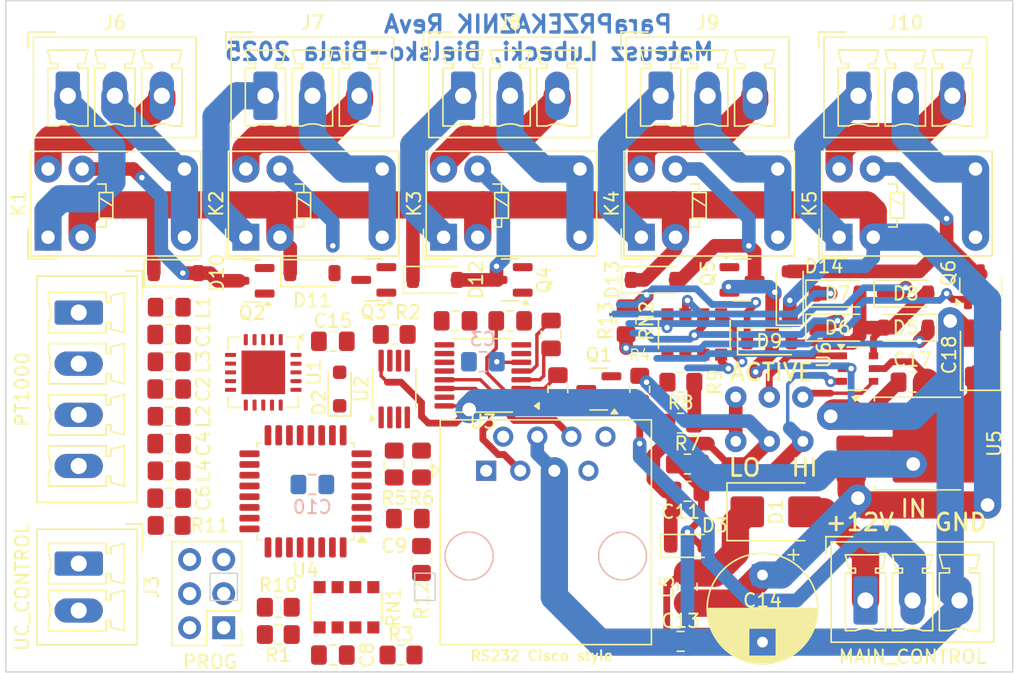
<source format=kicad_pcb>
(kicad_pcb (version 20221018) (generator pcbnew)
  (layers (0 "F.Cu" signal) (31 "B.Cu" signal) (34 "B.Paste" user) (35 "F.Paste" user) (36 "B.SilkS" user "B.Silkscreen") (37 "F.SilkS" user "F.Silkscreen") (38 "B.Mask" user) (39 "F.Mask" user) (44 "Edge.Cuts" user))
  (net 0 "")
  (net 1 "GND")
  (net 2 "/F+")
  (net 3 "/R+")
  (net 4 "Net-(U3-VS-)")
  (net 5 "/R-")
  (net 6 "Net-(U3-VS+)")
  (net 7 "/F-")
  (net 8 "Net-(U3-C2+)")
  (net 9 "Net-(U3-C2-)")
  (net 10 "MICRO_CTRL")
  (net 11 "+3V3")
  (net 12 "Net-(D3-A1)")
  (net 13 "Net-(U3-C1+)")
  (net 14 "Net-(U3-C1-)")
  (net 15 "+12V")
  (net 16 "+BATT")
  (net 17 "Net-(D1-A)")
  (net 18 "Net-(SW1B-C)")
  (net 20 "/R1")
  (net 21 "/RELAYS_CTRL")
  (net 22 "/R2")
  (net 23 "/R3")
  (net 24 "/R4")
  (net 25 "/R5")
  (net 26 "Net-(D10-A)")
  (net 27 "Net-(D11-A)")
  (net 28 "Net-(D12-A)")
  (net 29 "Net-(D13-A)")
  (net 30 "Net-(D14-A)")
  (net 31 "Net-(J1-Pin_1)")
  (net 32 "Net-(J1-Pin_2)")
  (net 33 "Net-(J1-Pin_3)")
  (net 34 "Net-(J1-Pin_4)")
  (net 37 "/RS232_TX")
  (net 38 "/RS232_RX")
  (net 39 "Net-(J3-Pin_1)")
  (net 40 "/CONTROL_SIG")
  (net 41 "BOOT0")
  (net 42 "SWDIO")
  (net 43 "SWCLK")
  (net 44 "RESET")
  (net 45 "Net-(J6-Pin_1)")
  (net 46 "Net-(J6-Pin_2)")
  (net 47 "Net-(J6-Pin_3)")
  (net 48 "Net-(J7-Pin_1)")
  (net 49 "Net-(J7-Pin_2)")
  (net 50 "Net-(J7-Pin_3)")
  (net 51 "Net-(J8-Pin_1)")
  (net 52 "Net-(J8-Pin_2)")
  (net 53 "Net-(J8-Pin_3)")
  (net 54 "Net-(J9-Pin_1)")
  (net 55 "Net-(J9-Pin_2)")
  (net 56 "Net-(J9-Pin_3)")
  (net 57 "Net-(J10-Pin_1)")
  (net 58 "Net-(J10-Pin_2)")
  (net 59 "Net-(J10-Pin_3)")
  (net 60 "Net-(Q1-B)")
  (net 61 "/ACTIVE_LO")
  (net 62 "/BASE_R1")
  (net 63 "/BASE_R2")
  (net 64 "/BASE_R3")
  (net 65 "/BASE_R4")
  (net 66 "/BASE_R5")
  (net 67 "/USART1_DE")
  (net 68 "/USART1_TX")
  (net 69 "/UC_R5")
  (net 70 "/UC_R1")
  (net 71 "/UC_R2")
  (net 72 "/UC_R3")
  (net 73 "/UC_R4")
  (net 74 "Net-(SW1A-B)")
  (net 75 "ACTIVE_HI")
  (net 81 "/SPI_MOSI")
  (net 82 "/SPI_CLK")
  (net 83 "/SPI_CS")
  (net 84 "/SPI_MISO")
  (net 87 "/USART1_RX")
  (net 90 "USART2_RX")
  (net 92 "USART2_TX")
  (net 101 "485A")
  (net 102 "485B")
  (footprint "Capacitor_SMD:C_0805_2012Metric_Pad1.18x1.45mm_HandSolder" (layer "F.Cu") (at 63.5 53.848)
    (fp_text reference "C16" hide)
    (fp_text value "100n")
  )
  (footprint "Diode_SMD:D_SOD-123" (layer "F.Cu") (at 52.832 50.292)
    (fp_text reference "D11")
    (fp_text value "1N5819HW-7-F")
  )
  (footprint "Diode_SMD:D_SOD-123" (layer "F.Cu") (at 42.672 50.292)
    (fp_text reference "D10")
    (fp_text value "1N5819HW-7-F")
  )
  (footprint "Diode_SMD:D_SOD-323_HandSoldering" (layer "F.Cu") (at 80.772 70.612)
    (fp_text reference "D3")
    (fp_text value "SD05.TCT")
  )
  (footprint "Resistor_SMD:R_0805_2012Metric_Pad1.20x1.40mm_HandSolder" (layer "F.Cu") (at 58.928 54.864)
    (fp_text reference "R2")
    (fp_text value "120")
  )
  (footprint "Inductor_SMD:L_0805_2012Metric_Pad1.15x1.40mm_HandSolder" (layer "F.Cu") (at 80.772 73.66 -90)
    (fp_text reference "L5")
    (fp_text value "4u7")
  )
  (footprint "Capacitor_SMD:C_0805_2012Metric_Pad1.18x1.45mm_HandSolder" (layer "F.Cu") (at 80.772 66.548)
    (fp_text reference "C11")
    (fp_text value "100n")
  )
  (footprint "Inductor_SMD:L_0805_2012Metric_Pad1.15x1.40mm_HandSolder" (layer "F.Cu") (at 42.164 65.024)
    (fp_text reference "L4")
    (fp_text value "4u7")
  )
  (footprint "Package_TO_SOT_SMD:SOT-23" (layer "F.Cu") (at 48.3385 50.866 180)
    (fp_text reference "Q2")
    (fp_text value "BC846")
  )
  (footprint "Resistor_SMD:R_Array_Convex_4x1206" (layer "F.Cu") (at 81.28 54.864 90)
    (fp_text reference "RN2")
    (fp_text value "10k")
  )
  (footprint "Package_SO:MSOP-8_3x3mm_P0.65mm" (layer "F.Cu") (at 58.928 58.928 90)
    (fp_text reference "U2")
    (fp_text value "ISL3158EIUZ")
  )
  (footprint "Resistor_SMD:R_0805_2012Metric_Pad1.20x1.40mm_HandSolder" (layer "F.Cu") (at 59.436 78.74 180)
    (fp_text reference "R3")
    (fp_text value "10k")
  )
  (footprint "Resistor_SMD:R_Array_Convex_4x1206" (layer "F.Cu") (at 55.372 75.184 -90)
    (fp_text reference "RN1")
    (fp_text value "1k")
  )
  (footprint "Resistor_SMD:R_0805_2012Metric_Pad1.20x1.40mm_HandSolder" (layer "F.Cu") (at 80.264 61.468 180)
    (fp_text reference "R8")
    (fp_text value "10k")
  )
  (footprint "Capacitor_SMD:C_0805_2012Metric_Pad1.18x1.45mm_HandSolder" (layer "F.Cu") (at 71.12 58.928 90)
    (fp_text reference "C12" hide)
    (fp_text value "100n")
  )
  (footprint "Connector_Phoenix_MC:PhoenixContact_MCV_1,5_4-G-3.81_1x04_P3.81mm_Vertical" (layer "F.Cu") (at 35.4255 53.2305 -90)
    (fp_text reference "J1" hide)
    (fp_text value "PT1000")
  )
  (footprint "Resistor_SMD:R_0805_2012Metric_Pad1.20x1.40mm_HandSolder" (layer "F.Cu") (at 60.96 71.628 90)
    (fp_text reference "R12")
    (fp_text value "10k")
  )
  (footprint "Diode_SMD:D_SOD-123" (layer "F.Cu") (at 61.976 50.8)
    (fp_text reference "D12")
    (fp_text value "1N5819HW-7-F")
  )
  (footprint "Resistor_SMD:R_0805_2012Metric_Pad1.20x1.40mm_HandSolder" (layer "F.Cu") (at 80.28 58.42 180)
    (fp_text reference "R9")
    (fp_text value "10k")
  )
  (footprint "Package_TO_SOT_SMD:TO-252-3_TabPin2" (layer "F.Cu") (at 98.004 62.992)
    (fp_text reference "U5")
    (fp_text value "LM1117DT-3.3")
  )
  (footprint "Resistor_SMD:R_0805_2012Metric_Pad1.20x1.40mm_HandSolder" (layer "F.Cu") (at 58.928 64.516 -90)
    (fp_text reference "R5")
    (fp_text value "10k")
  )
  (footprint "Package_SO:TSSOP-16_4.4x5mm_P0.65mm" (layer "F.Cu") (at 65.532 57.912 180)
    (fp_text reference "U3")
    (fp_text value "ST3232BTR")
  )
  (footprint "Relay_THT:Relay_SPDT_Omron_G5V-1" (layer "F.Cu") (at 62.6065 47.6195 90)
    (fp_text reference "K3")
    (fp_text value "G5V-1")
  )
  (footprint "Package_TO_SOT_SMD:SOT-23" (layer "F.Cu") (at 102.616 51.308 90)
    (fp_text reference "Q6")
    (fp_text value "BC846")
  )
  (footprint "Diode_SMD:D_SOD-123" (layer "F.Cu") (at 91.948 54.356)
    (fp_text reference "D6")
    (fp_text value "1N4448W")
  )
  (footprint "Connector_Phoenix_MC:PhoenixContact_MCV_1,5_3-G-3.5_1x03_P3.50mm_Vertical" (layer "F.Cu") (at 34.6175 37.086)
    (fp_text reference "J6")
    (fp_text value "Screw_Terminal_01x03")
  )
  (footprint "Resistor_SMD:R_0805_2012Metric_Pad1.20x1.40mm_HandSolder" (layer "F.Cu") (at 76.2 53.848 -90)
    (fp_text reference "R13")
    (fp_text value "10k")
  )
  (footprint "Capacitor_SMD:C_0805_2012Metric_Pad1.18x1.45mm_HandSolder" (layer "F.Cu") (at 97.536 58.42)
    (fp_text reference "C17")
    (fp_text value "1uF")
  )
  (footprint "Diode_SMD:D_SOD-123" (layer "F.Cu") (at 97.028 54.356 180)
    (fp_text reference "D5")
    (fp_text value "1N4448W")
  )
  (footprint "switches:Alps_SSSS222700" (layer "F.Cu") (at 86.868 57.527)
    (fp_text reference "SW1" hide)
    (fp_text value "SW_DPDT_x2")
  )
  (footprint "Diode_SMD:D_SOD-123" (layer "F.Cu") (at 88.392 51.816 90)
    (fp_text reference "D14")
    (fp_text value "1N5819HW-7-F")
  )
  (footprint "Connector_Phoenix_MC:PhoenixContact_MCV_1,5_3-G-3.5_1x03_P3.50mm_Vertical" (layer "F.Cu") (at 64.05875 37.086)
    (fp_text reference "J8")
    (fp_text value "Screw_Terminal_01x03")
  )
  (footprint "Diode_SMD:D_SOD-123" (layer "F.Cu") (at 78.232 50.8)
    (fp_text reference "D13")
    (fp_text value "1N5819HW-7-F")
  )
  (footprint "Connector_RJ:RJ45_OST_PJ012-8P8CX_Vertical" (layer "F.Cu") (at 65.7765 65.016)
    (fp_text reference "J2" hide)
    (fp_text value "5556416-1 TE Connectivity")
  )
  (footprint "Capacitor_SMD:C_0805_2012Metric_Pad1.18x1.45mm_HandSolder" (layer "F.Cu") (at 42.164 54.864)
    (fp_text reference "C1")
    (fp_text value "100n")
  )
  (footprint "Relay_THT:Relay_SPDT_Omron_G5V-1" (layer "F.Cu") (at 47.8745 47.6195 90)
    (fp_text reference "K2")
    (fp_text value "G5V-1")
  )
  (footprint "Resistor_SMD:R_0805_2012Metric_Pad1.20x1.40mm_HandSolder" (layer "F.Cu") (at 50.292 75.184)
    (fp_text reference "R10")
    (fp_text value "10k")
  )
  (footprint "Diode_SMD:D_SOD-123" (layer "F.Cu") (at 86.868 55.372)
    (fp_text reference "D9")
    (fp_text value "1N4448W")
  )
  (footprint "Package_SO:TSOP-6_1.65x3.05mm_P0.95mm" (layer "F.Cu") (at 93.472 57.404)
    (fp_text reference "U6")
    (fp_text value "74LVC2G14")
  )
  (footprint "Package_TO_SOT_SMD:SOT-23" (layer "F.Cu") (at 84.836 50.8)
    (fp_text reference "Q5")
    (fp_text value "BC846")
  )
  (footprint "Relay_THT:Relay_SPDT_Omron_G5V-1" (layer "F.Cu") (at 33.1425 47.6195 90)
    (fp_text reference "K1")
    (fp_text value "G5V-1")
  )
  (footprint "Capacitor_SMD:C_0805_2012Metric_Pad1.18x1.45mm_HandSolder" (layer "F.Cu") (at 42.164 67.056)
    (fp_text reference "C6")
    (fp_text value "100n")
  )
  (footprint "Capacitor_SMD:C_0805_2012Metric_Pad1.18x1.45mm_HandSolder" (layer "F.Cu") (at 42.164 62.992)
    (fp_text reference "C4")
    (fp_text value "100n")
  )
  (footprint "Package_DFN_QFN:TQFN-20-1EP_5x5mm_P0.65mm_EP3.25x3.25mm" (layer "F.Cu") (at 49.1735 57.688 -90)
    (fp_text reference "U1")
    (fp_text value "MAX31865xTP")
  )
  (footprint "Diode_SMD:D_SOD-123" (layer "F.Cu") (at 97.028 51.816)
    (fp_text reference "D8")
    (fp_text value "1N4448W")
  )
  (footprint "Connector_Phoenix_MC:PhoenixContact_MCV_1,5_3-G-3.5_1x03_P3.50mm_Vertical" (layer "F.Cu") (at 94.036 74.676)
    (fp_text reference "J4" hide)
    (fp_text value "MAIN_CONTROL")
  )
  (footprint "Capacitor_SMD:C_0805_2012Metric_Pad1.18x1.45mm_HandSolder" (layer "F.Cu") (at 67.564 53.848)
    (fp_text reference "C5" hide)
    (fp_text value "100n")
  )
  (footprint "Package_TO_SOT_SMD:SOT-23" (layer "F.Cu") (at 74.168 58.928 180)
    (fp_text reference "Q1")
    (fp_text value "BC857")
  )
  (footprint "Resistor_SMD:R_0805_2012Metric_Pad1.20x1.40mm_HandSolder" (layer "F.Cu") (at 60.96 64.516 90)
    (fp_text reference "R6")
    (fp_text value "10k")
  )
  (footprint "Relay_THT:Relay_SPDT_Omron_G5V-1" (layer "F.Cu") (at 77.3385 47.6195 90)
    (fp_text reference "K4")
    (fp_text value "G5V-1")
  )
  (footprint "Inductor_SMD:L_0805_2012Metric_Pad1.15x1.40mm_HandSolder" (layer "F.Cu") (at 42.164 56.896)
    (fp_text reference "L3")
    (fp_text value "4u7")
  )
  (footprint "Capacitor_SMD:C_0805_2012Metric_Pad1.18x1.45mm_HandSolder" (layer "F.Cu") (at 80.264 77.724 180)
    (fp_text reference "C13")
    (fp_text value "1uF")
  )
  (footprint "Resistor_SMD:R_0805_2012Metric_Pad1.20x1.40mm_HandSolder" (layer "F.Cu") (at 42.164 69.088)
    (fp_text reference "R11")
    (fp_text value "10k")
  )
  (footprint "Capacitor_Tantalum_SMD:CP_EIA-3528-21_Kemet-B_Pad1.50x2.35mm_HandSolder" (layer "F.Cu") (at 102.616 56.388 90)
    (fp_text reference "C18")
    (fp_text value "100uF")
  )
  (footprint "Connector_Phoenix_MC:PhoenixContact_MCV_1,5_2-G-3.5_1x02_P3.50mm_Vertical" (layer "F.Cu") (at 35.4255 71.9275 -90)
    (fp_text reference "J3")
    (fp_text value "UC_CONTROL")
  )
  (footprint "Inductor_SMD:L_0805_2012Metric_Pad1.15x1.40mm_HandSolder" (layer "F.Cu") (at 42.164 60.96)
    (fp_text reference "L2")
    (fp_text value "4u7")
  )
  (footprint "Capacitor_SMD:C_0805_2012Metric_Pad1.18x1.45mm_HandSolder" (layer "F.Cu") (at 54.356 78.74 180)
    (fp_text reference "C8")
    (fp_text value "100n")
  )
  (footprint "Relay_THT:Relay_SPDT_Omron_G5V-1" (layer "F.Cu") (at 92.0705 47.6195 90)
    (fp_text reference "K5")
    (fp_text value "G5V-1")
  )
  (footprint "Package_QFP:LQFP-32_7x7mm_P0.8mm" (layer "F.Cu") (at 52.324 66.548 180)
    (fp_text reference "U4")
    (fp_text value "STM32L051K8Tx")
  )
  (footprint "Resistor_SMD:R_0805_2012Metric_Pad1.20x1.40mm_HandSolder" (layer "F.Cu") (at 77.216 58.944 90)
    (fp_text reference "R4")
    (fp_text value "630")
  )
  (footprint "Capacitor_SMD:C_0805_2012Metric_Pad1.18x1.45mm_HandSolder" (layer "F.Cu") (at 42.164 58.928)
    (fp_text reference "C2")
    (fp_text value "100n")
  )
  (footprint "Package_TO_SOT_SMD:SOT-23" (layer "F.Cu") (at 67.564 50.8 180)
    (fp_text reference "Q4")
    (fp_text value "BC846")
  )
  (footprint "Diode_SMD:D_SOD-323_HandSoldering" (layer "F.Cu") (at 54.864 58.928 90)
    (fp_text reference "D2")
    (fp_text value "3301D.TCT")
  )
  (footprint "Resistor_SMD:R_0805_2012Metric_Pad1.20x1.40mm_HandSolder" (layer "F.Cu") (at 50.292 77.216)
    (fp_text reference "R1")
    (fp_text value "630")
  )
  (footprint "Connector_Phoenix_MC:PhoenixContact_MCV_1,5_3-G-3.5_1x03_P3.50mm_Vertical" (layer "F.Cu") (at 93.5 37.086)
    (fp_text reference "J10")
    (fp_text value "Screw_Terminal_01x03")
  )
  (footprint "Capacitor_SMD:C_0805_2012Metric_Pad1.18x1.45mm_HandSolder" (layer "F.Cu") (at 59.944 68.58 180)
    (fp_text reference "C9")
    (fp_text value "100n")
  )
  (footprint "Capacitor_SMD:C_0805_2012Metric_Pad1.18x1.45mm_HandSolder" (layer "F.Cu") (at 70.612 54.864 90)
    (fp_text reference "C7" hide)
    (fp_text value "100n")
  )
  (footprint "Diode_SMD:D_SMB" (layer "F.Cu") (at 87.376 68.072)
    (fp_text reference "D1")
    (fp_text value "1N4001")
  )
  (footprint "Connector_PinHeader_2.54mm:PinHeader_2x03_P2.54mm_Vertical" (layer "F.Cu") (at 46.228 76.708 180)
    (fp_text reference "J5" hide)
    (fp_text value "PROG")
  )
  (footprint "Connector_Phoenix_MC:PhoenixContact_MCV_1,5_3-G-3.5_1x03_P3.50mm_Vertical" (layer "F.Cu") (at 78.779375 37.086)
    (fp_text reference "J9")
    (fp_text value "Screw_Terminal_01x03")
  )
  (footprint "Package_TO_SOT_SMD:SOT-23" (layer "F.Cu") (at 57.404 50.8 180)
    (fp_text reference "Q3")
    (fp_text value "BC846")
  )
  (footprint "Diode_SMD:D_SOD-123" (layer "F.Cu") (at 91.948 51.816)
    (fp_text reference "D7")
    (fp_text value "1N4448W")
  )
  (footprint "Capacitor_THT:CP_Radial_D8.0mm_P5.00mm" (layer "F.Cu") (at 86.36 72.781349 -90)
    (fp_text reference "C14")
    (fp_text value "22uF")
  )
  (footprint "Connector_Phoenix_MC:PhoenixContact_MCV_1,5_3-G-3.5_1x03_P3.50mm_Vertical" (layer "F.Cu") (at 49.338125 37.086)
    (fp_text reference "J7")
    (fp_text value "Screw_Terminal_01x03")
  )
  (footprint "Capacitor_SMD:C_0805_2012Metric_Pad1.18x1.45mm_HandSolder" (layer "F.Cu") (at 54.356 55.372 180)
    (fp_text reference "C15")
    (fp_text value "100n")
  )
  (footprint "Inductor_SMD:L_0805_2012Metric_Pad1.15x1.40mm_HandSolder" (layer "F.Cu") (at 42.173 52.832)
    (fp_text reference "L1")
    (fp_text value "4u7")
  )
  (footprint "Resistor_SMD:R_0805_2012Metric_Pad1.20x1.40mm_HandSolder" (layer "F.Cu") (at 80.772 64.516 180)
    (fp_text reference "R7")
    (fp_text value "10k")
  )
  (footprint "Capacitor_SMD:C_0805_2012Metric_Pad1.18x1.45mm_HandSolder" (layer "B.Cu") (at 52.832 66.04)
    (fp_text reference "C10")
    (fp_text value "100n")
  )
  (footprint "Capacitor_SMD:C_0805_2012Metric_Pad1.18x1.45mm_HandSolder" (layer "B.Cu") (at 65.532 56.896 180)
    (fp_text reference "C3")
    (fp_text value "100n")
  )
  (gr_line (start 105 30) (end 30 30) (stroke (width 0.1)) (layer "Edge.Cuts"))
  (gr_rect (start 60.452 72.644) (end 61.976 74.676) (stroke (width 0.1)) (fill none) (layer "Edge.Cuts"))
  (gr_rect (start 45.212 72.644) (end 47.244 74.676) (stroke (width 0.1)) (fill none) (layer "Edge.Cuts"))
  (gr_line (start 30 80) (end 105 80) (stroke (width 0.1)) (layer "Edge.Cuts"))
  (gr_line (start 105 80) (end 105 30) (stroke (width 0.1)) (layer "Edge.Cuts"))
  (gr_line (start 30 30) (end 30 80) (stroke (width 0.1)) (layer "Edge.Cuts"))
  (gr_text "ParaPRZEKAZNIK RevA		\nMateusz Lubecki, Bielsko-Biala 2025" (at 64.516 34.544) (layer "B.Cu") (effects (font (size 1.27 1.27) (thickness 0.254) bold) (justify bottom mirror)))
  (gr_text "+12V" (at 90.932 69.596) (layer "F.SilkS") (effects (font (size 1.27 1.27) (thickness 0.2032)) (justify left bottom)))
  (gr_text "GND" (at 99.06 69.596) (layer "F.SilkS") (effects (font (size 1.27 1.27) (thickness 0.2032)) (justify left bottom)))
  (gr_text "IN" (at 96.52 68.58) (layer "F.SilkS") (effects (font (size 1.27 1.27) (thickness 0.2032)) (justify left bottom)))
  (gr_text "LO" (at 83.716 65.532) (layer "F.SilkS") (effects (font (size 1.27 1.27) (thickness 0.2032)) (justify left bottom)))
  (gr_text "RS232 Cisco style" (at 64.516 79.248) (layer "F.SilkS") (effects (font (size 0.762 0.762) (thickness 0.1524) bold) (justify left bottom)))
  (gr_text "HI" (at 88.392 65.532) (layer "F.SilkS") (effects (font (size 1.27 1.27) (thickness 0.2032)) (justify left bottom)))
  (gr_text "ACTIVE" (at 83.82 58.42) (layer "F.SilkS") (effects (font (size 1.27 1.27) (thickness 0.2032)) (justify left bottom)))
  (segment (start 92.964 60.712) (end 91.688 60.712) (width 2.032) (layer "F.Cu") (net 1))
  (segment (start 103.566 53.813) (end 102.616 54.763) (width 1.016) (layer "F.Cu") (net 1))
  (segment (start 81.8095 66.548) (end 81.8095 68.5585) (width 0.508) (layer "F.Cu") (net 1))
  (segment (start 81.3015 77.724) (end 86.302651 77.724) (width 2.032) (layer "F.Cu") (net 1))
  (segment (start 83.8985 51.75) (end 83.8985 51.3865) (width 0.508) (layer "F.Cu") (net 1))
  (segment (start 85.852 57.404) (end 87.0808 56.1752) (width 1.016) (layer "F.Cu") (net 1))
  (segment (start 102.616 54.763) (end 101.247585 54.763) (width 2.032) (layer "F.Cu") (net 1))
  (segment (start 86.302651 77.724) (end 86.36 77.781349) (width 2.032) (layer "F.Cu") (net 1))
  (segment (start 92.312 57.404) (end 92.964 57.404) (width 0.508) (layer "F.Cu") (net 1))
  (segment (start 85.852 57.658) (end 85.852 57.404) (width 1.016) (layer "F.Cu") (net 1))
  (segment (start 87.0808 52.0288) (end 87.275896 51.833704) (width 1.016) (layer "F.Cu") (net 1))
  (segment (start 81.8095 66.548) (end 81.804 66.548) (width 0.508) (layer "F.Cu") (net 1))
  (segment (start 81.804 66.548) (end 79.772 64.516) (width 0.508) (layer "F.Cu") (net 1))
  (segment (start 96.4985 58.42) (end 94.2065 60.712) (width 1.016) (layer "F.Cu") (net 1))
  (segment (start 82.022 70.612) (end 81.788 70.612) (width 0.508) (layer "F.Cu") (net 1))
  (segment (start 87.275896 51.833704) (end 87.275896 51.715895) (width 1.016) (layer "F.Cu") (net 1))
  (segment (start 81.8095 68.5585) (end 80.772 69.596) (width 0.508) (layer "F.Cu") (net 1))
  (segment (start 83.8985 51.3865) (end 83.82 51.308) (width 0.508) (layer "F.Cu") (net 1))
  (segment (start 87.0808 56.1752) (end 87.0808 52.0288) (width 1.016) (layer "F.Cu") (net 1))
  (segment (start 81.788 70.612) (end 80.772 69.596) (width 0.508) (layer "F.Cu") (net 1))
  (segment (start 96.4985 58.42) (end 96.4985 58.4415) (width 0.508) (layer "F.Cu") (net 1))
  (segment (start 94.2065 60.712) (end 92.964 60.712) (width 1.016) (layer "F.Cu") (net 1))
  (segment (start 101.247585 54.763) (end 100.343063 53.858478) (width 2.032) (layer "F.Cu") (net 1))
  (segment (start 103.566 52.2455) (end 103.566 53.813) (width 1.016) (layer "F.Cu") (net 1))
  (segment (start 91.688 60.712) (end 91.44 60.96) (width 2.032) (layer "F.Cu") (net 1))
  (via (at 91.44 60.96) (size 2.032) (drill 1.016) (layers "F.Cu" "B.Cu") (net 1))
  (via (at 83.82 51.308) (size 0.8128) (drill 0.4064) (layers "F.Cu" "B.Cu") (net 1))
  (via (at 85.852 57.658) (size 0.8128) (drill 0.4064) (layers "F.Cu" "B.Cu") (net 1))
  (via (at 87.275896 51.715895) (size 0.8128) (drill 0.4064) (layers "F.Cu" "B.Cu") (net 1))
  (via (at 100.343063 53.858478) (size 2.032) (drill 1.016) (layers "F.Cu" "B.Cu") (net 1))
  (via (at 80.772 69.596) (size 0.8128) (drill 0.4064) (layers "F.Cu" "B.Cu") (net 1))
  (via (at 92.964 57.404) (size 0.8128) (drill 0.4064) (layers "F.Cu" "B.Cu") (net 1))
  (segment (start 87.275896 51.715895) (end 86.868001 51.308) (width 1.016) (layer "B.Cu") (net 1))
  (segment (start 92.964 57.404) (end 92.7608 57.2008) (width 0.508) (layer "B.Cu") (net 1))
  (segment (start 98.494651 77.781349) (end 86.36 77.781349) (width 2.032) (layer "B.Cu") (net 1))
  (segment (start 80.772 77.781349) (end 74.225349 77.781349) (width 2.032) (layer "B.Cu") (net 1))
  (segment (start 80.772 69.596) (end 80.772 77.781349) (width 1.016) (layer "B.Cu") (net 1))
  (segment (start 69.5865 62.476) (end 69.5865 63.746) (width 1.016) (layer "B.Cu") (net 1))
  (segment (start 101.036 74.676) (end 101.036 75.24) (width 2.032) (layer "B.Cu") (net 1))
  (segment (start 86.868001 51.308) (end 83.82 51.308) (width 1.016) (layer "B.Cu") (net 1))
  (segment (start 92.964 57.404) (end 92.964 60.96) (width 0.508) (layer "B.Cu") (net 1))
  (segment (start 70.8565 74.4125) (end 70.8565 65.016) (width 2.032) (layer "B.Cu") (net 1))
  (segment (start 74.225349 77.781349) (end 70.8565 74.4125) (width 2.032) (layer "B.Cu") (net 1))
  (segment (start 83.82 77.781349) (end 86.36 77.781349) (width 2.032) (layer "B.Cu") (net 1))
  (segment (start 83.369349 77.781349) (end 83.82 77.781349) (width 0.508) (layer "B.Cu") (net 1))
  (segment (start 97.536 60.96) (end 100.343063 58.152937) (width 2.032) (layer "B.Cu") (net 1))
  (segment (start 100.343063 73.983063) (end 101.036 74.676) (width 2.032) (layer "B.Cu") (net 1))
  (segment (start 100.343063 58.152937) (end 100.343063 73.983063) (width 2.032) (layer "B.Cu") (net 1))
  (segment (start 85.344 77.781349) (end 86.36 77.781349) (width 0.508) (layer "B.Cu") (net 1))
  (segment (start 86.3092 57.2008) (end 85.852 57.658) (width 0.508) (layer "B.Cu") (net 1))
  (segment (start 85.344 77.781349) (end 80.772 77.781349) (width 2.032) (layer "B.Cu") (net 1))
  (segment (start 69.5865 63.746) (end 70.8565 65.016) (width 1.016) (layer "B.Cu") (net 1))
  (segment (start 100.343063 58.152937) (end 100.343063 56.388) (width 2.032) (layer "B.Cu") (net 1))
  (segment (start 92.964 60.96) (end 97.536 60.96) (width 2.032) (layer "B.Cu") (net 1))
  (segment (start 91.44 60.96) (end 92.964 60.96) (width 2.032) (layer "B.Cu") (net 1))
  (segment (start 101.036 75.24) (end 98.494651 77.781349) (width 2.032) (layer "B.Cu") (net 1))
  (segment (start 100.343063 56.388) (end 100.343063 53.858478) (width 2.032) (layer "B.Cu") (net 1))
  (segment (start 92.7608 57.2008) (end 86.3092 57.2008) (width 0.508) (layer "B.Cu") (net 1))
  (segment (start 68.3945 56.937) (end 66.6105 56.937) (width 0.254) (layer "F.Cu") (net 4))
  (segment (start 66.6105 56.937) (end 66.5695 56.896) (width 0.254) (layer "F.Cu") (net 4))
  (via (at 66.5695 56.896) (size 0.8128) (drill 0.4064) (layers "F.Cu" "B.Cu") (net 4))
  (segment (start 66.5265 55.89729) (end 65.8329 56.59089) (width 0.254) (layer "F.Cu") (net 6))
  (segment (start 65.8329 57.712899) (end 67.657001 59.537) (width 0.254) (layer "F.Cu") (net 6))
  (segment (start 66.5265 53.848) (end 66.5265 55.89729) (width 0.254) (layer "F.Cu") (net 6))
  (segment (start 65.8329 56.59089) (end 65.8329 57.712899) (width 0.254) (layer "F.Cu") (net 6))
  (segment (start 67.657001 59.537) (end 68.3945 59.537) (width 0.254) (layer "F.Cu") (net 6))
  (segment (start 70.0648 56.4487) (end 70.612 55.9015) (width 0.254) (layer "F.Cu") (net 8))
  (segment (start 69.779 58.237) (end 70.0648 57.9512) (width 0.254) (layer "F.Cu") (net 8))
  (segment (start 68.3945 58.237) (end 69.779 58.237) (width 0.254) (layer "F.Cu") (net 8))
  (segment (start 70.0648 57.9512) (end 70.0648 56.4487) (width 0.254) (layer "F.Cu") (net 8))
  (segment (start 69.131999 57.587) (end 69.5568 57.162199) (width 0.254) (layer "F.Cu") (net 9))
  (segment (start 69.5568 54.8817) (end 70.612 53.8265) (width 0.254) (layer "F.Cu") (net 9))
  (segment (start 68.3945 57.587) (end 69.131999 57.587) (width 0.254) (layer "F.Cu") (net 9))
  (segment (start 69.5568 57.162199) (end 69.5568 54.8817) (width 0.254) (layer "F.Cu") (net 9))
  (segment (start 59.436 58.42) (end 58.42 58.42) (width 0.508) (layer "F.Cu") (net 11))
  (segment (start 98.5735 62.3015) (end 99.264 62.992) (width 2.032) (layer "F.Cu") (net 11))
  (segment (start 64.516 60.452) (end 63.5 61.468) (width 0.508) (layer "F.Cu") (net 11))
  (segment (start 98.5735 58.42) (end 98.5735 62.3015) (width 2.032) (layer "F.Cu") (net 11))
  (segment (start 60.96 60.96) (end 60.96 59.944) (width 0.508) (layer "F.Cu") (net 11))
  (segment (start 64.781 60.187) (end 62.6695 60.187) (width 0.254) (layer "F.Cu") (net 11))
  (segment (start 96.064 62.992) (end 97.589 64.517) (width 1.016) (layer "F.Cu") (net 11))
  (segment (start 60.96 59.944) (end 59.436 58.42) (width 0.508) (layer "F.Cu") (net 11))
  (segment (start 92.964 62.992) (end 96.064 62.992) (width 1.016) (layer "F.Cu") (net 11))
  (segment (start 98.5735 57.9335) (end 97.536 56.896) (width 0.508) (layer "F.Cu") (net 11))
  (segment (start 57.953 57.953) (end 58.42 58.42) (width 0.254) (layer "F.Cu") (net 11))
  (segment (start 61.468 61.468) (end 60.96 60.96) (width 0.508) (layer "F.Cu") (net 11))
  (segment (start 63.5 61.468) (end 61.468 61.468) (width 0.508) (layer "F.Cu") (net 11))
  (segment (start 94.632 57.404) (end 95.49 57.404) (width 0.508) (layer "F.Cu") (net 11))
  (segment (start 98.5735 58.42) (end 98.5735 57.9335) (width 0.508) (layer "F.Cu") (net 11))
  (segment (start 99.114 62.992) (end 97.589 64.517) (width 2.032) (layer "F.Cu") (net 11))
  (segment (start 99.264 62.992) (end 99.114 62.992) (width 2.032) (layer "F.Cu") (net 11))
  (segment (start 102.616 59.64) (end 99.264 62.992) (width 2.032) (layer "F.Cu") (net 11))
  (segment (start 97.536 56.896) (end 95.998 56.896) (width 0.508) (layer "F.Cu") (net 11))
  (segment (start 57.953 56.8155) (end 57.953 57.953) (width 0.254) (layer "F.Cu") (net 11))
  (segment (start 102.616 58.013) (end 102.616 59.64) (width 2.032) (layer "F.Cu") (net 11))
  (segment (start 64.516 60.452) (end 64.781 60.187) (width 0.254) (layer "F.Cu") (net 11))
  (segment (start 95.49 57.404) (end 95.998 56.896) (width 0.508) (layer "F.Cu") (net 11))
  (via (at 64.516 60.452) (size 2.032) (drill 1.016) (layers "F.Cu" "B.Cu") (net 11))
  (via (at 97.589 64.517) (size 2.032) (drill 1.016) (layers "F.Cu" "B.Cu") (net 11))
  (segment (start 91.439 64.517) (end 90.424 65.532) (width 2.032) (layer "B.Cu") (net 11))
  (segment (start 76.80537 59.944) (end 65.024 59.944) (width 2.032) (layer "B.Cu") (net 11))
  (segment (start 65.024 59.944) (end 64.516 60.452) (width 2.032) (layer "B.Cu") (net 11))
  (segment (start 90.424 65.532) (end 82.39337 65.532) (width 2.032) (layer "B.Cu") (net 11))
  (segment (start 97.589 64.517) (end 91.439 64.517) (width 2.032) (layer "B.Cu") (net 11))
  (segment (start 82.39337 65.532) (end 76.80537 59.944) (width 2.032) (layer "B.Cu") (net 11))
  (segment (start 77.248 57.944) (end 77.724 58.42) (width 0.508) (layer "F.Cu") (net 12))
  (segment (start 79.522 70.612) (end 79.522 68.263) (width 1.016) (layer "F.Cu") (net 12))
  (segment (start 78.232 63.88973) (end 79.12973 62.992) (width 1.016) (layer "F.Cu") (net 12))
  (segment (start 79.7345 66.548) (end 79.147 66.548) (width 1.016) (layer "F.Cu") (net 12))
  (segment (start 79.147 66.548) (end 78.232 65.633) (width 1.016) (layer "F.Cu") (net 12))
  (segment (start 86.868 62.827) (end 85.179 64.516) (width 1.016) (layer "F.Cu") (net 12))
  (segment (start 79.12973 62.992) (end 82.296 62.992) (width 1.016) (layer "F.Cu") (net 12))
  (segment (start 77.216 57.944) (end 77.248 57.944) (width 0.508) (layer "F.Cu") (net 12))
  (segment (start 79.7345 66.548) (end 79.7345 68.0505) (width 1.016) (layer "F.Cu") (net 12))
  (segment (start 85.179 64.516) (end 83.82 64.516) (width 1.016) (layer "F.Cu") (net 12))
  (segment (start 78.232 65.633) (end 78.232 63.88973) (width 1.016) (layer "F.Cu") (net 12))
  (segment (start 82.296 62.992) (end 83.82 64.516) (width 0.508) (layer "F.Cu") (net 12))
  (segment (start 79.522 68.263) (end 79.7345 68.0505) (width 1.016) (layer "F.Cu") (net 12))
  (via (at 77.724 58.42) (size 0.8128) (drill 0.4064) (layers "F.Cu" "B.Cu") (net 12))
  (segment (start 85.3568 61.3158) (end 80.6198 61.3158) (width 1.016) (layer "B.Cu") (net 12))
  (segment (start 80.6198 61.3158) (end 77.724 58.42) (width 1.016) (layer "B.Cu") (net 12))
  (segment (start 86.868 62.827) (end 85.3568 61.3158) (width 1.016) (layer "B.Cu") (net 12))
  (segment (start 70.8985 60.187) (end 71.12 59.9655) (width 0.254) (layer "F.Cu") (net 13))
  (segment (start 68.3945 60.187) (end 70.8985 60.187) (width 0.254) (layer "F.Cu") (net 13))
  (segment (start 70.1235 58.887) (end 71.12 57.8905) (width 0.254) (layer "F.Cu") (net 14))
  (segment (start 68.3945 58.887) (end 70.1235 58.887) (width 0.254) (layer "F.Cu") (net 14))
  (segment (start 94.1014 45.212) (end 79.756 45.212) (width 2.032) (layer "F.Cu") (net 15))
  (segment (start 51.182 50.292) (end 51.182 48.387) (width 1.016) (layer "F.Cu") (net 15))
  (segment (start 65.1465 45.5975) (end 65.532 45.212) (width 2.032) (layer "F.Cu") (net 15))
  (segment (start 65.1465 47.6195) (end 65.1465 45.5975) (width 2.032) (layer "F.Cu") (net 15))
  (segment (start 79.8785 48.5019) (end 79.8785 47.6195) (width 1.016) (layer "F.Cu") (net 15))
  (segment (start 92.964 65.272) (end 92.964 66.548) (width 2.032) (layer "F.Cu") (net 15))
  (segment (start 41.022 50.292) (end 41.022 45.338) (width 1.016) (layer "F.Cu") (net 15))
  (segment (start 51.182 48.387) (end 50.4145 47.6195) (width 1.016) (layer "F.Cu") (net 15))
  (segment (start 65.532 45.212) (end 59.944 45.212) (width 2.032) (layer "F.Cu") (net 15))
  (segment (start 50.4145 45.3345) (end 50.292 45.212) (width 2.032) (layer "F.Cu") (net 15))
  (segment (start 92.964 66.548) (end 93.472 67.056) (width 2.032) (layer "F.Cu") (net 15))
  (segment (start 35.6825 46.1055) (end 35.6825 47.6195) (width 2.032) (layer "F.Cu") (net 15))
  (segment (start 84.262149 74.8792) (end 80.781 74.8792) (width 2.032) (layer "F.Cu") (net 15))
  (segment (start 79.756 45.212) (end 65.532 45.212) (width 2.032) (layer "F.Cu") (net 15))
  (segment (start 93.98 67.564) (end 103.124 67.564) (width 2.032) (layer "F.Cu") (net 15))
  (segment (start 60.326 50.8) (end 60.326 45.594) (width 1.016) (layer "F.Cu") (net 15))
  (segment (start 60.326 45.594) (end 59.944 45.212) (width 1.016) (layer "F.Cu") (net 15))
  (segment (start 88.392 53.466) (end 88.392 52.324) (width 1.016) (layer "F.Cu") (net 15))
  (segment (start 80.781 74.8792) (end 80.772 74.8702) (width 2.032) (layer "F.Cu") (net 15))
  (segment (start 41.022 45.338) (end 41.148 45.212) (width 1.016) (layer "F.Cu") (net 15))
  (segment (start 86.36 72.781349) (end 84.262149 74.8792) (width 2.032) (layer "F.Cu") (net 15))
  (segment (start 50.292 45.212) (end 41.148 45.212) (width 2.032) (layer "F.Cu") (net 15))
  (segment (start 94.6105 47.6195) (end 94.6105 45.7211) (width 2.032) (layer "F.Cu") (net 15))
  (segment (start 79.8785 47.6195) (end 79.8785 45.3345) (width 2.032) (layer "F.Cu") (net 15))
  (segment (start 94.6105 45.7211) (end 94.1014 45.212) (width 2.032) (layer "F.Cu") (net 15))
  (segment (start 79.8785 45.3345) (end 79.756 45.212) (width 2.032) (layer "F.Cu") (net 15))
  (segment (start 77.5804 50.8) (end 79.8785 48.5019) (width 1.016) (layer "F.Cu") (net 15))
  (segment (start 50.4145 47.6195) (end 50.4145 45.3345) (width 2.032) (layer "F.Cu") (net 15))
  (segment (start 59.944 45.212) (end 50.292 45.212) (width 2.032) (layer "F.Cu") (net 15))
  (segment (start 76.582 50.8) (end 77.5804 50.8) (width 1.016) (layer "F.Cu") (net 15))
  (segment (start 93.472 67.056) (end 93.98 67.564) (width 2.032) (layer "F.Cu") (net 15))
  (segment (start 36.576 45.212) (end 35.6825 46.1055) (width 2.032) (layer "F.Cu") (net 15))
  (segment (start 41.148 45.212) (end 36.576 45.212) (width 2.032) (layer "F.Cu") (net 15))
  (via (at 93.472 67.056) (size 2.032) (drill 1.016) (layers "F.Cu" "B.Cu") (net 15))
  (via (at 88.392 52.324) (size 0.8128) (drill 0.4064) (layers "F.Cu" "B.Cu") (net 15))
  (via (at 103.124 67.564) (size 2.032) (drill 1.016) (layers "F.Cu" "B.Cu") (net 15))
  (segment (start 94.6105 49.1535) (end 93.98 49.784) (width 1.016) (layer "B.Cu") (net 15))
  (segment (start 98.4195 47.6195) (end 103.124 52.324) (width 2.032) (layer "B.Cu") (net 15))
  (segment (start 90.932 49.784) (end 93.98 49.784) (width 1.016) (layer "B.Cu") (net 15))
  (segment (start 94.6105 47.6195) (end 94.6105 49.1535) (width 1.016) (layer "B.Cu") (net 15))
  (segment (start 94.6105 47.6195) (end 98.4195 47.6195) (width 2.032) (layer "B.Cu") (net 15))
  (segment (start 88.392 52.324) (end 90.932 49.784) (width 1.016) (layer "B.Cu") (net 15))
  (segment (start 103.124 52.324) (end 103.124 67.564) (width 2.032) (layer "B.Cu") (net 15))
  (segment (start 86.36 72.781349) (end 87.746651 72.781349) (width 2.032) (layer "B.Cu") (net 15))
  (segment (start 87.746651 72.781349) (end 93.472 67.056) (width 2.032) (layer "B.Cu") (net 15))
  (segment (start 84.3408 68.9572) (end 84.3408 71.1072) (width 2.032) (layer "F.Cu") (net 16))
  (segment (start 85.226 68.072) (end 84.3408 68.9572) (width 2.032) (layer "F.Cu") (net 16))
  (segment (start 80.772 72.635) (end 80.273 72.635) (width 0.508) (layer "F.Cu") (net 16))
  (segment (start 80.273 72.635) (end 79.2265 73.6815) (width 0.508) (layer "F.Cu") (net 16))
  (segment (start 82.795 72.635) (end 80.772 72.635) (width 2.032) (layer "F.Cu") (net 16))
  (segment (start 79.2265 77.724) (end 79.2265 73.6815) (width 0.508) (layer "F.Cu") (net 16))
  (segment (start 84.3408 71.1072) (end 82.804 72.644) (width 2.032) (layer "F.Cu") (net 16))
  (segment (start 82.804 72.644) (end 82.795 72.635) (width 2.032) (layer "F.Cu") (net 16))
  (segment (start 94.036 74.676) (end 94.036 71.176) (width 2.032) (layer "F.Cu") (net 17))
  (segment (start 90.932 68.072) (end 89.526 68.072) (width 2.032) (layer "F.Cu") (net 17))
  (segment (start 94.036 71.176) (end 90.932 68.072) (width 2.032) (layer "F.Cu") (net 17))
  (segment (start 89.368 62.827) (end 86.4598 65.7352) (width 1.016) (layer "F.Cu") (net 18))
  (segment (start 91.4612 58.354) (end 91.44 58.3752) (width 0.508) (layer "F.Cu") (net 18))
  (segment (start 92.312 58.354) (end 91.4612 58.354) (width 0.508) (layer "F.Cu") (net 18))
  (segment (start 83.17547 65.7352) (end 81.95627 64.516) (width 1.016) (layer "F.Cu") (net 18))
  (segment (start 81.95627 64.516) (end 81.772 64.516) (width 1.016) (layer "F.Cu") (net 18))
  (segment (start 86.4598 65.7352) (end 83.17547 65.7352) (width 1.016) (layer "F.Cu") (net 18))
  (via (at 91.44 58.3752) (size 0.8128) (drill 0.4064) (layers "F.Cu" "B.Cu") (net 18))
  (segment (start 89.368 62.827) (end 89.4052 62.7898) (width 1.016) (layer "B.Cu") (net 18))
  (segment (start 88.392 61.851) (end 88.2378 61.6968) (width 0.254) (layer "B.Cu") (net 18))
  (segment (start 88.2378 58.5742) (end 88.9 57.912) (width 0.254) (layer "B.Cu") (net 18))
  (segment (start 88.2378 61.6968) (end 88.2378 58.5742) (width 0.254) (layer "B.Cu") (net 18))
  (segment (start 90.9768 57.912) (end 88.9 57.912) (width 0.508) (layer "B.Cu") (net 18))
  (segment (start 89.368 62.827) (end 88.392 61.851) (width 1.016) (layer "B.Cu") (net 18))
  (segment (start 91.44 58.3752) (end 90.9768 57.912) (width 0.508) (layer "B.Cu") (net 18))
  (segment (start 98.678 54.738) (end 98.044 55.372) (width 1.016) (layer "F.Cu") (net 20))
  (segment (start 84.3108 54.864) (end 84.3108 56.3708) (width 0.508) (layer "F.Cu") (net 20))
  (segment (start 84.3108 54.3948) (end 84.3108 54.864) (width 0.508) (layer "F.Cu") (net 20))
  (segment (start 98.678 54.356) (end 98.678 54.738) (width 1.016) (layer "F.Cu") (net 20))
  (segment (start 83.28 53.364) (end 84.3108 54.3948) (width 0.508) (layer "F.Cu") (net 20))
  (segment (start 84.3108 56.3708) (end 84.836 56.896) (width 0.508) (layer "F.Cu") (net 20))
  (via (at 84.836 56.896) (size 0.8128) (drill 0.4064) (layers "F.Cu" "B.Cu") (net 20))
  (via (at 98.044 55.372) (size 0.8128) (drill 0.4064) (layers "F.Cu" "B.Cu") (net 20))
  (segment (start 84.836 56.896) (end 84.836 56.2864) (width 0.508) (layer "B.Cu") (net 20))
  (segment (start 84.836 56.2864) (end 82.3976 56.2864) (width 0.508) (layer "B.Cu") (net 20))
  (segment (start 82.3976 56.2864) (end 82.042 56.642) (width 0.508) (layer "B.Cu") (net 20))
  (segment (start 90.7288 55.5752) (end 90.0176 56.2864) (width 0.508) (layer "B.Cu") (net 20))
  (segment (start 82.042 56.642) (end 78.486 56.642) (width 0.508) (layer "B.Cu") (net 20))
  (segment (start 97.8408 55.5752) (end 90.7288 55.5752) (width 0.508) (layer "B.Cu") (net 20))
  (segment (start 98.044 55.372) (end 97.8408 55.5752) (width 0.508) (layer "B.Cu") (net 20))
  (segment (start 90.0176 56.2864) (end 84.836 56.2864) (width 0.508) (layer "B.Cu") (net 20))
  (segment (start 96.012 54.356) (end 95.378 54.356) (width 1.016) (layer "F.Cu") (net 21))
  (segment (start 93.598 54.356) (end 93.598 51.816) (width 1.016) (layer "F.Cu") (net 21))
  (segment (start 93.598 54.356) (end 93.598 54.956) (width 1.016) (layer "F.Cu") (net 21))
  (segment (start 93.598 54.956) (end 93.0662 55.4878) (width 1.016) (layer "F.Cu") (net 21))
  (segment (start 98.552 51.816) (end 96.012 54.356) (width 1.016) (layer "F.Cu") (net 21))
  (segment (start 93.598 54.356) (end 95.378 54.356) (width 1.016) (layer "F.Cu") (net 21))
  (segment (start 88.6338 55.4878) (end 88.518 55.372) (width 0.508) (layer "F.Cu") (net 21))
  (segment (start 94.632 56.454) (end 94.632 55.102) (width 0.508) (layer "F.Cu") (net 21))
  (segment (start 93.0662 55.4878) (end 91.2508 55.4878) (width 1.016) (layer "F.Cu") (net 21))
  (segment (start 98.678 51.816) (end 98.552 51.816) (width 1.016) (layer "F.Cu") (net 21))
  (segment (start 91.2508 55.4878) (end 88.6338 55.4878) (width 0.508) (layer "F.Cu") (net 21))
  (segment (start 94.632 55.102) (end 95.378 54.356) (width 0.508) (layer "F.Cu") (net 21))
  (segment (start 90.424 54.356) (end 90.298 54.356) (width 1.016) (layer "F.Cu") (net 22))
  (segment (start 81.94 53.364) (end 81.94 54.2548) (width 0.508) (layer "F.Cu") (net 22))
  (segment (start 81.94 54.2548) (end 81.28 54.9148) (width 0.508) (layer "F.Cu") (net 22))
  (segment (start 91.948 53.848) (end 90.424 54.356) (width 1.016) (layer "F.Cu") (net 22))
  (via (at 91.948 53.848) (size 0.8128) (drill 0.4064) (layers "F.Cu" "B.Cu") (net 22))
  (via (at 81.28 54.9148) (size 0.8128) (drill 0.4064) (layers "F.Cu" "B.Cu") (net 22))
  (segment (start 80.9752 55.2196) (end 78.1812 55.2196) (width 0.508) (layer "B.Cu") (net 22))
  (segment (start 78.1812 55.2196) (end 77.724 54.7624) (width 0.508) (layer "B.Cu") (net 22))
  (segment (start 90.244574 53.848) (end 89.228574 54.864) (width 0.508) (layer "B.Cu") (net 22))
  (segment (start 81.3308 54.864) (end 81.28 54.9148) (width 0.508) (layer "B.Cu") (net 22))
  (segment (start 81.28 54.9148) (end 80.9752 55.2196) (width 0.508) (layer "B.Cu") (net 22))
  (segment (start 91.948 53.848) (end 90.244574 53.848) (width 0.508) (layer "B.Cu") (net 22))
  (segment (start 89.228574 54.864) (end 85.344 54.864) (width 0.508) (layer "B.Cu") (net 22))
  (segment (start 77.724 54.7624) (end 76.708 54.7624) (width 0.508) (layer "B.Cu") (net 22))
  (segment (start 85.344 54.864) (end 81.3308 54.864) (width 0.508) (layer "B.Cu") (net 22))
  (segment (start 80.62 53.364) (end 80.62 52.476) (width 0.508) (layer "F.Cu") (net 23))
  (segment (start 90.298 51.816) (end 91.44 51.816) (width 1.016) (layer "F.Cu") (net 23))
  (segment (start 80.62 52.476) (end 80.772 52.324) (width 0.508) (layer "F.Cu") (net 23))
  (via (at 91.44 51.816) (size 0.8128) (drill 0.4064) (layers "F.Cu" "B.Cu") (net 23))
  (via (at 80.772 52.324) (size 0.8128) (drill 0.4064) (layers "F.Cu" "B.Cu") (net 23))
  (segment (start 81.788 53.34) (end 80.772 52.324) (width 0.508) (layer "B.Cu") (net 23))
  (segment (start 87.884 53.34) (end 81.788 53.34) (width 0.508) (layer "B.Cu") (net 23))
  (segment (start 91.44 51.816) (end 90.264998 51.816) (width 0.508) (layer "B.Cu") (net 23))
  (segment (start 90.264998 51.816) (end 88.740998 53.34) (width 0.508) (layer "B.Cu") (net 23))
  (segment (start 81.788 53.34) (end 75.184 53.34) (width 0.508) (layer "B.Cu") (net 23))
  (segment (start 88.740998 53.34) (end 87.884 53.34) (width 0.508) (layer "B.Cu") (net 23))
  (segment (start 96.5972 51.816) (end 97.028 51.3852) (width 1.016) (layer "F.Cu") (net 24))
  (segment (start 95.378 51.816) (end 96.5972 51.816) (width 1.016) (layer "F.Cu") (net 24))
  (segment (start 79.248 53.396) (end 79.28 53.364) (width 0.508) (layer "F.Cu") (net 24))
  (segment (start 79.248 54.356) (end 79.248 53.396) (width 0.508) (layer "F.Cu") (net 24))
  (via (at 97.028 51.3852) (size 0.8128) (drill 0.4064) (layers "F.Cu" "B.Cu") (net 24))
  (via (at 79.248 54.356) (size 0.8128) (drill 0.4064) (layers "F.Cu" "B.Cu") (net 24))
  (segment (start 79.5528 54.0512) (end 79.248 54.356) (width 0.508) (layer "B.Cu") (net 24))
  (segment (start 90.254786 52.832) (end 89.035586 54.0512) (width 0.508) (layer "B.Cu") (net 24))
  (segment (start 93.9028 51.3852) (end 92.456 52.832) (width 0.508) (layer "B.Cu") (net 24))
  (segment (start 79.5528 54.0512) (end 76.4032 54.0512) (width 0.508) (layer "B.Cu") (net 24))
  (segment (start 97.028 51.3852) (end 93.9028 51.3852) (width 0.508) (layer "B.Cu") (net 24))
  (segment (start 82.804 54.0512) (end 79.5528 54.0512) (width 0.508) (layer "B.Cu") (net 24))
  (segment (start 89.035586 54.0512) (end 82.804 54.0512) (width 0.508) (layer "B.Cu") (net 24))
  (segment (start 92.456 52.832) (end 90.254786 52.832) (width 0.508) (layer "B.Cu") (net 24))
  (segment (start 85.218 55.372) (end 85.218 53.214) (width 0.508) (layer "F.Cu") (net 25))
  (segment (start 76.2 52.848) (end 76.908006 52.848) (width 1.016) (layer "F.Cu") (net 25))
  (segment (start 85.852 52.58) (end 85.852 52.4764) (width 0.508) (layer "F.Cu") (net 25))
  (segment (start 76.908006 52.848) (end 77.736806 52.0192) (width 1.016) (layer "F.Cu") (net 25))
  (segment (start 85.218 53.214) (end 85.852 52.58) (width 0.508) (layer "F.Cu") (net 25))
  (via (at 77.736806 51.906603) (size 0.8128) (drill 0.4064) (layers "F.Cu" "B.Cu") (net 25))
  (via (at 85.852 52.4764) (size 0.8128) (drill 0.4064) (layers "F.Cu" "B.Cu") (net 25))
  (segment (start 77.014609 52.6288) (end 75.692 52.6288) (width 0.508) (layer "B.Cu") (net 25))
  (segment (start 85.852 52.4764) (end 85.6996 52.6288) (width 0.508) (layer "B.Cu") (net 25))
  (segment (start 77.736806 51.906603) (end 77.014609 52.6288) (width 0.508) (layer "B.Cu") (net 25))
  (segment (start 78.183009 51.4604) (end 77.736806 51.906603) (width 0.508) (layer "B.Cu") (net 25))
  (segment (start 81.4324 51.4604) (end 78.183009 51.4604) (width 0.508) (layer "B.Cu") (net 25))
  (segment (start 85.6996 52.6288) (end 82.6008 52.6288) (width 0.508) (layer "B.Cu") (net 25))
  (segment (start 81.788 51.816) (end 81.4324 51.4604) (width 0.508) (layer "B.Cu") (net 25))
  (segment (start 82.6008 52.6288) (end 81.788 51.816) (width 0.508) (layer "B.Cu") (net 25))
  (segment (start 35.6825 42.5395) (end 39.4915 42.5395) (width 1.016) (layer "F.Cu") (net 26))
  (segment (start 39.4915 42.5395) (end 40.132 43.18) (width 1.016) (layer "F.Cu") (net 26))
  (segment (start 45.786 50.866) (end 45.212 50.292) (width 1.016) (layer "F.Cu") (net 26))
  (segment (start 43.18 50.292) (end 44.322 50.292) (width 1.016) (layer "F.Cu") (net 26))
  (segment (start 47.401 50.866) (end 45.786 50.866) (width 1.016) (layer "F.Cu") (net 26))
  (segment (start 45.212 50.292) (end 44.322 50.292) (width 1.016) (layer "F.Cu") (net 26))
  (via (at 40.132 43.18) (size 0.8128) (drill 0.4064) (layers "F.Cu" "B.Cu") (net 26))
  (via (at 43.18 50.292) (size 0.8128) (drill 0.4064) (layers "F.Cu" "B.Cu") (net 26))
  (segment (start 40.132 43.18) (end 41.5753 44.6233) (width 1.016) (layer "B.Cu") (net 26))
  (segment (start 41.5753 44.6233) (end 41.5753 48.6873) (width 1.016) (layer "B.Cu") (net 26))
  (segment (start 41.5753 48.6873) (end 43.18 50.292) (width 1.016) (layer "B.Cu") (net 26))
  (via (at 54.356 48.26) (size 0.8128) (drill 0.4064) (layers "F.Cu" "B.Cu") (net 27))
  (segment (start 54.356 46.481) (end 54.356 48.26) (width 1.016) (layer "B.Cu") (net 27))
  (segment (start 50.4145 42.5395) (end 54.356 46.481) (width 1.016) (layer "B.Cu") (net 27))
  (segment (start 63.626 50.8) (end 66.6265 50.8) (width 1.016) (layer "F.Cu") (net 28))
  (segment (start 66.548 49.784) (end 66.548 50.7215) (width 1.016) (layer "F.Cu") (net 28))
  (segment (start 66.548 50.7215) (end 66.6265 50.8) (width 1.016) (layer "F.Cu") (net 28))
  (via (at 66.548 49.784) (size 0.8128) (drill 0.4064) (layers "F.Cu" "B.Cu") (net 28))
  (segment (start 65.1465 42.5395) (end 67.056 44.449) (width 1.016) (layer "B.Cu") (net 28))
  (segment (start 67.056 49.276) (end 66.548 49.784) (width 1.016) (layer "B.Cu") (net 28))
  (segment (start 67.056 45.212) (end 67.056 49.276) (width 1.016) (layer "B.Cu") (net 28))
  (segment (start 67.056 44.449) (end 67.056 45.212) (width 1.016) (layer "B.Cu") (net 28))
  (segment (start 80.264 50.8) (end 82.804 48.26) (width 1.016) (layer "F.Cu") (net 29))
  (segment (start 85.7735 48.6895) (end 85.344 48.26) (width 1.016) (layer "F.Cu") (net 29))
  (segment (start 82.804 48.26) (end 85.344 48.26) (width 1.016) (layer "F.Cu") (net 29))
  (segment (start 85.7735 50.8) (end 85.7735 48.6895) (width 1.016) (layer "F.Cu") (net 29))
  (segment (start 79.882 50.8) (end 80.264 50.8) (width 1.016) (layer "F.Cu") (net 29))
  (via (at 85.344 48.26) (size 0.8128) (drill 0.4064) (layers "F.Cu" "B.Cu") (net 29))
  (segment (start 85.344 46.228) (end 85.344 48.26) (width 1.016) (layer "B.Cu") (net 29))
  (segment (start 79.8785 42.5395) (end 81.6555 42.5395) (width 1.016) (layer "B.Cu") (net 29))
  (segment (start 81.6555 42.5395) (end 85.344 46.228) (width 1.016) (layer "B.Cu") (net 29))
  (segment (start 88.392 50.166) (end 98.040499 50.166) (width 1.016) (layer "F.Cu") (net 30))
  (segment (start 102.616 50.3705) (end 102.316001 50.3705) (width 1.016) (layer "F.Cu") (net 30))
  (segment (start 102.316001 50.3705) (end 100.076 48.130499) (width 1.016) (layer "F.Cu") (net 30))
  (segment (start 98.040499 50.166) (end 100.076 48.130499) (width 1.016) (layer "F.Cu") (net 30))
  (segment (start 100.076 48.130499) (end 100.076 46.228) (width 1.016) (layer "F.Cu") (net 30))
  (via (at 100.076 46.228) (size 0.8128) (drill 0.4064) (layers "F.Cu" "B.Cu") (net 30))
  (segment (start 94.6105 42.5395) (end 96.3875 42.5395) (width 1.016) (layer "B.Cu") (net 30))
  (segment (start 96.3875 42.5395) (end 100.076 46.228) (width 1.016) (layer "B.Cu") (net 30))
  (segment (start 68.3165 65.016) (end 67.1093 63.8088) (width 0.508) (layer "F.Cu") (net 37))
  (segment (start 65.532 62.668739) (end 65.532 61.976) (width 0.508) (layer "F.Cu") (net 37))
  (segment (start 66.04 59.944) (end 66.04 61.468) (width 0.254) (layer "F.Cu") (net 37))
  (segment (start 62.6695 58.887) (end 64.983 58.887) (width 0.254) (layer "F.Cu") (net 37))
  (segment (start 67.1093 63.8088) (end 66.672061 63.8088) (width 0.508) (layer "F.Cu") (net 37))
  (segment (start 65.532 61.976) (end 66.04 61.468) (width 0.508) (layer "F.Cu") (net 37))
  (segment (start 64.983 58.887) (end 66.04 59.944) (width 0.254) (layer "F.Cu") (net 37))
  (segment (start 66.672061 63.8088) (end 65.532 62.668739) (width 0.508) (layer "F.Cu") (net 37))
  (segment (start 70.9193 61.2688) (end 67.8728 61.2688) (width 0.508) (layer "F.Cu") (net 38))
  (segment (start 66.548 59.944) (end 67.564 60.96) (width 0.254) (layer "F.Cu") (net 38))
  (segment (start 72.1265 62.476) (end 70.9193 61.2688) (width 0.508) (layer "F.Cu") (net 38))
  (segment (start 65.349 58.237) (end 66.548 59.436) (width 0.254) (layer "F.Cu") (net 38))
  (segment (start 62.6695 58.237) (end 65.349 58.237) (width 0.254) (layer "F.Cu") (net 38))
  (segment (start 67.8728 61.2688) (end 67.564 60.96) (width 0.508) (layer "F.Cu") (net 38))
  (segment (start 66.548 59.436) (end 66.548 59.944) (width 0.254) (layer "F.Cu") (net 38))
  (segment (start 77.216 62.992) (end 77.216 59.944) (width 0.508) (layer "F.Cu") (net 40))
  (via (at 77.216 62.992) (size 0.8128) (drill 0.4064) (layers "F.Cu" "B.Cu") (net 40))
  (segment (start 93.472 70.104) (end 94.488 70.104) (width 1.016) (layer "B.Cu") (net 40))
  (segment (start 77.216 62.992) (end 77.216 64.008) (width 1.016) (layer "B.Cu") (net 40))
  (segment (start 82.296 69.088) (end 82.296 71.628) (width 1.016) (layer "B.Cu") (net 40))
  (segment (start 88.9 74.676) (end 93.472 70.104) (width 1.016) (layer "B.Cu") (net 40))
  (segment (start 77.216 64.008) (end 82.296 69.088) (width 1.016) (layer "B.Cu") (net 40))
  (segment (start 97.536 71.628) (end 96.012 70.104) (width 2.032) (layer "B.Cu") (net 40))
  (segment (start 85.344 74.676) (end 88.9 74.676) (width 1.016) (layer "B.Cu") (net 40))
  (segment (start 97.536 74.676) (end 97.536 71.628) (width 2.032) (layer "B.Cu") (net 40))
  (segment (start 82.296 71.628) (end 85.344 74.676) (width 1.016) (layer "B.Cu") (net 40))
  (segment (start 96.012 70.104) (end 94.488 70.104) (width 2.032) (layer "B.Cu") (net 40))
  (segment (start 33.1425 47.6195) (end 33.1425 45.677923) (width 2.032) (layer "B.Cu") (net 45))
  (segment (start 37.9017 43.458723) (end 37.9017 40.9497) (width 2.032) (layer "B.Cu") (net 45))
  (segment (start 34.061723 44.7587) (end 36.601723 44.7587) (width 2.032) (layer "B.Cu") (net 45))
  (segment (start 36.601723 44.7587) (end 37.9017 43.458723) (width 2.032) (layer "B.Cu") (net 45))
  (segment (start 34.6175 37.6655) (end 34.6175 37.086) (width 2.032) (layer "B.Cu") (net 45))
  (segment (start 37.9017 40.9497) (end 34.6175 37.6655) (width 2.032) (layer "B.Cu") (net 45))
  (segment (start 33.1425 45.677923) (end 34.061723 44.7587) (width 2.032) (layer "B.Cu") (net 45))
  (segment (start 38.1175 38.00445) (end 42.65255 42.5395) (width 2.032) (layer "B.Cu") (net 46))
  (segment (start 42.65255 42.5395) (end 43.3025 42.5395) (width 2.032) (layer "B.Cu") (net 46))
  (segment (start 43.3025 47.6195) (end 43.3025 42.5395) (width 2.032) (layer "B.Cu") (net 46))
  (segment (start 38.1175 37.086) (end 38.1175 38.00445) (width 2.032) (layer "B.Cu") (net 46))
  (segment (start 41.6175 37.483001) (end 38.780201 40.3203) (width 2.032) (layer "F.Cu") (net 47))
  (segment (start 33.1425 40.5175) (end 33.1425 42.5395) (width 2.032) (layer "F.Cu") (net 47))
  (segment (start 33.3397 40.3203) (end 33.1425 40.5175) (width 2.032) (layer "F.Cu") (net 47))
  (segment (start 38.780201 40.3203) (end 33.3397 40.3203) (width 2.032) (layer "F.Cu") (net 47))
  (segment (start 41.6175 37.086) (end 41.6175 37.483001) (width 2.032) (layer "F.Cu") (net 47))
  (segment (start 47.8745 47.6195) (end 45.6553 45.4003) (width 2.032) (layer "B.Cu") (net 48))
  (segment (start 47.244 37.084) (end 47.246 37.086) (width 2.032) (layer "B.Cu") (net 48))
  (segment (start 45.6553 45.4003) (end 45.6553 38.6727) (width 2.032) (layer "B.Cu") (net 48))
  (segment (start 45.6553 38.6727) (end 47.244 37.084) (width 2.032) (layer "B.Cu") (net 48))
  (segment (start 47.246 37.086) (end 49.338125 37.086) (width 2.032) (layer "B.Cu") (net 48))
  (segment (start 52.838125 37.086) (end 52.838125 40.138125) (width 2.032) (layer "B.Cu") (net 49))
  (segment (start 55.2395 42.5395) (end 58.0345 42.5395) (width 2.032) (layer "B.Cu") (net 49))
  (segment (start 52.838125 40.138125) (end 55.2395 42.5395) (width 2.032) (layer "B.Cu") (net 49))
  (segment (start 58.0345 47.6195) (end 58.0345 42.5395) (width 2.032) (layer "B.Cu") (net 49))
  (segment (start 47.8745 41.125287) (end 47.8745 42.5395) (width 2.032) (layer "F.Cu") (net 50))
  (segment (start 48.679487 40.3203) (end 47.8745 41.125287) (width 2.032) (layer "F.Cu") (net 50))
  (segment (start 53.500826 40.3203) (end 48.679487 40.3203) (width 2.032) (layer "F.Cu") (net 50))
  (segment (start 56.338125 37.086) (end 56.338125 37.483001) (width 2.032) (layer "F.Cu") (net 50))
  (segment (start 56.338125 37.483001) (end 53.500826 40.3203) (width 2.032) (layer "F.Cu") (net 50))
  (segment (start 64.05875 37.086) (end 60.3873 40.75745) (width 2.032) (layer "B.Cu") (net 51))
  (segment (start 60.3873 40.75745) (end 60.3873 45.4003) (width 2.032) (layer "B.Cu") (net 51))
  (segment (start 60.3873 45.4003) (end 62.6065 47.6195) (width 2.032) (layer "B.Cu") (net 51))
  (segment (start 67.55875 37.086) (end 67.55875 40.12675) (width 2.032) (layer "B.Cu") (net 52))
  (segment (start 72.7665 42.5395) (end 72.7665 47.6195) (width 2.032) (layer "B.Cu") (net 52))
  (segment (start 69.9715 42.5395) (end 67.55875 40.12675) (width 2.032) (layer "B.Cu") (net 52))
  (segment (start 72.7665 42.5395) (end 69.9715 42.5395) (width 2.032) (layer "B.Cu") (net 52))
  (segment (start 64.227277 40.3203) (end 62.6065 41.941077) (width 2.032) (layer "F.Cu") (net 53))
  (segment (start 71.05875 37.086) (end 71.05875 37.483001) (width 2.032) (layer "F.Cu") (net 53))
  (segment (start 68.221451 40.3203) (end 64.227277 40.3203) (width 2.032) (layer "F.Cu") (net 53))
  (segment (start 62.6065 41.941077) (end 62.6065 42.5395) (width 2.032) (layer "F.Cu") (net 53))
  (segment (start 71.05875 37.483001) (end 68.221451 40.3203) (width 2.032) (layer "F.Cu") (net 53))
  (segment (start 75.1193 40.746075) (end 75.1193 45.4003) (width 2.032) (layer "B.Cu") (net 54))
  (segment (start 75.1193 45.4003) (end 77.3385 47.6195) (width 2.032) (layer "B.Cu") (net 54))
  (segment (start 78.779375 37.086) (end 75.1193 40.746075) (width 2.032) (layer "B.Cu") (net 54))
  (segment (start 82.279375 40.115375) (end 84.7035 42.5395) (width 2.032) (layer "B.Cu") (net 55))
  (segment (start 84.7035 42.5395) (end 87.4985 42.5395) (width 2.032) (layer "B.Cu") (net 55))
  (segment (start 87.4985 47.6195) (end 87.4985 42.5395) (width 2.032) (layer "B.Cu") (net 55))
  (segment (start 82.279375 37.086) (end 82.279375 40.115375) (width 2.032) (layer "B.Cu") (net 55))
  (segment (start 77.3385 41.125287) (end 77.3385 42.5395) (width 2.032) (layer "F.Cu") (net 56))
  (segment (start 85.779375 37.483001) (end 82.942076 40.3203) (width 2.032) (layer "F.Cu") (net 56))
  (segment (start 82.942076 40.3203) (end 78.143487 40.3203) (width 2.032) (layer "F.Cu") (net 56))
  (segment (start 78.143487 40.3203) (end 77.3385 41.125287) (width 2.032) (layer "F.Cu") (net 56))
  (segment (start 85.779375 37.086) (end 85.779375 37.483001) (width 2.032) (layer "F.Cu") (net 56))
  (segment (start 89.7337 40.8523) (end 89.7337 45.2827) (width 2.032) (layer "B.Cu") (net 57))
  (segment (start 93.5 37.086) (end 89.7337 40.8523) (width 2.032) (layer "B.Cu") (net 57))
  (segment (start 89.7337 45.2827) (end 92.0705 47.6195) (width 2.032) (layer "B.Cu") (net 57))
  (segment (start 97 37.086) (end 97 40.104) (width 2.032) (layer "B.Cu") (net 58))
  (segment (start 97 40.104) (end 99.4355 42.5395) (width 2.032) (layer "B.Cu") (net 58))
  (segment (start 102.2305 47.6195) (end 102.2305 42.5395) (width 2.032) (layer "B.Cu") (net 58))
  (segment (start 99.4355 42.5395) (end 102.2305 42.5395) (width 2.032) (layer "B.Cu") (net 58))
  (segment (start 100.5 37.483001) (end 97.851001 40.132) (width 2.032) (layer "F.Cu") (net 59))
  (segment (start 92.0705 41.125287) (end 92.0705 42.5395) (width 2.032) (layer "F.Cu") (net 59))
  (segment (start 93.063787 40.132) (end 92.0705 41.125287) (width 2.032) (layer "F.Cu") (net 59))
  (segment (start 97.851001 40.132) (end 93.063787 40.132) (width 2.032) (layer "F.Cu") (net 59))
  (segment (start 100.5 37.086) (end 100.5 37.483001) (width 2.032) (layer "F.Cu") (net 59))
  (segment (start 81.28 58.42) (end 81.28 61.452) (width 1.016) (layer "F.Cu") (net 61))
  (segment (start 84.368 62.827) (end 84.368 61.468) (width 1.016) (layer "F.Cu") (net 61))
  (segment (start 81.264 61.468) (end 84.368 61.468) (width 1.016) (layer "F.Cu") (net 61))
  (segment (start 84.368 61.468) (end 84.368 59.527) (width 1.016) (layer "F.Cu") (net 61))
  (segment (start 81.28 61.452) (end 81.264 61.468) (width 1.016) (layer "F.Cu") (net 61))
  (segment (start 83.28 56.364) (end 83.28 56.864) (width 0.508) (layer "F.Cu") (net 62))
  (segment (start 83.28 56.864) (end 83.82 57.404) (width 0.508) (layer "F.Cu") (net 62))
  (via (at 83.82 57.404) (size 0.8128) (drill 0.4064) (layers "F.Cu" "B.Cu") (net 62))
  (segment (start 83.82 57.404) (end 83.7692 57.3532) (width 0.508) (layer "B.Cu") (net 62))
  (segment (start 83.7692 57.3532) (end 80.772 57.3532) (width 0.508) (layer "B.Cu") (net 62))
  (segment (start 100.6625 52.2455) (end 100.5055 52.2455) (width 0.508) (layer "F.Cu") (net 66))
  (segment (start 76.2 54.848) (end 76.2 55.88) (width 1.016) (layer "F.Cu") (net 66))
  (segment (start 100.5055 52.2455) (end 100.076 51.816) (width 0.508) (layer "F.Cu") (net 66))
  (segment (start 101.666 52.2455) (end 100.6625 52.2455) (width 0.508) (layer "F.Cu") (net 66))
  (via (at 100.076 51.816) (size 0.8128) (drill 0.4064) (layers "F.Cu" "B.Cu") (net 66))
  (via (at 76.2 55.88) (size 0.8128) (drill 0.4064) (layers "F.Cu" "B.Cu") (net 66))
  (segment (start 99.568 52.324) (end 93.98 52.324) (width 0.508) (layer "B.Cu") (net 66))
  (segment (start 93.472 52.832) (end 93.472 53.545315) (width 0.508) (layer "B.Cu") (net 66))
  (segment (start 81.7372 55.9308) (end 76.2508 55.9308) (width 0.508) (layer "B.Cu") (net 66))
  (segment (start 90.424 54.864) (end 89.7128 55.5752) (width 0.508) (layer "B.Cu") (net 66))
  (segment (start 89.7128 55.5752) (end 82.0928 55.5752) (width 0.508) (layer "B.Cu") (net 66))
  (segment (start 82.0928 55.5752) (end 81.7372 55.9308) (width 0.508) (layer "B.Cu") (net 66))
  (segment (start 93.472 53.545315) (end 92.153315 54.864) (width 0.508) (layer "B.Cu") (net 66))
  (segment (start 76.2508 55.9308) (end 76.2 55.88) (width 0.508) (layer "B.Cu") (net 66))
  (segment (start 93.98 52.324) (end 93.472 52.832) (width 0.508) (layer "B.Cu") (net 66))
  (segment (start 100.076 51.816) (end 99.568 52.324) (width 0.508) (layer "B.Cu") (net 66))
  (segment (start 76.3016 55.7784) (end 76.2 55.88) (width 0.508) (layer "B.Cu") (net 66))
  (segment (start 92.153315 54.864) (end 90.424 54.864) (width 0.508) (layer "B.Cu") (net 66))
  (segment (start 92.312 56.454) (end 88.326 56.454) (width 0.508) (layer "F.Cu") (net 74))
  (segment (start 88.326 56.454) (end 86.868 57.912) (width 0.508) (layer "F.Cu") (net 74))
  (segment (start 86.868 57.912) (end 86.868 59.527) (width 0.508) (layer "F.Cu") (net 74))
  (segment (start 89.6562 59.2388) (end 91.44 59.2388) (width 0.508) (layer "F.Cu") (net 75))
  (segment (start 89.368 59.527) (end 89.6562 59.2388) (width 0.508) (layer "F.Cu") (net 75))
  (segment (start 93.7472 59.2388) (end 91.44 59.2388) (width 0.254) (layer "F.Cu") (net 75))
  (segment (start 94.632 58.354) (end 93.7472 59.2388) (width 0.254) (layer "F.Cu") (net 75))
)
</source>
